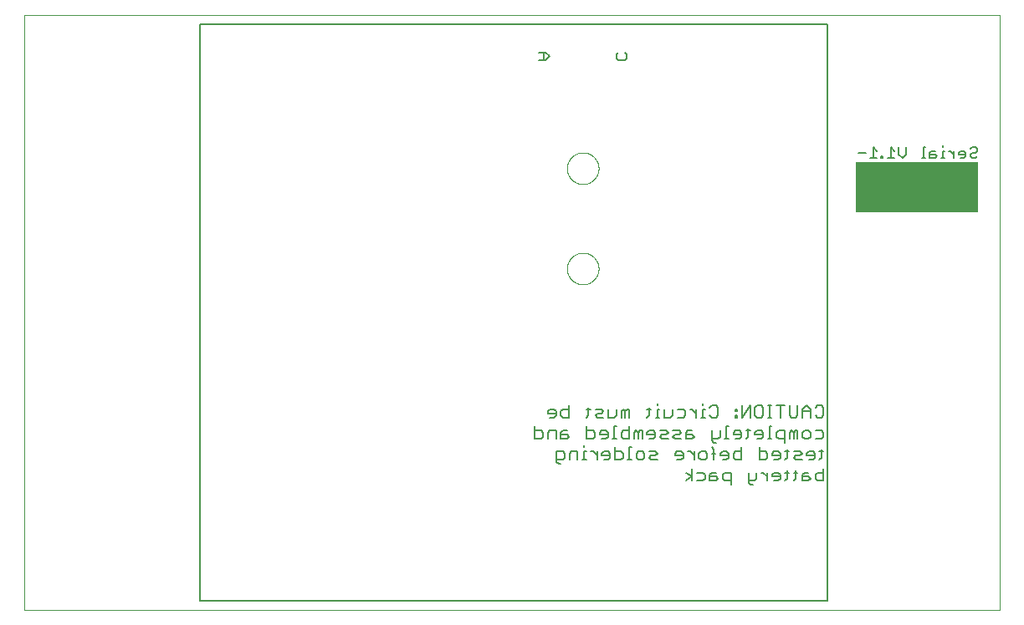
<source format=gbo>
G75*
%MOIN*%
%OFA0B0*%
%FSLAX25Y25*%
%IPPOS*%
%LPD*%
%AMOC8*
5,1,8,0,0,1.08239X$1,22.5*
%
%ADD10C,0.00700*%
%ADD11C,0.00000*%
%ADD12R,0.48750X0.20000*%
%ADD13C,0.00500*%
D10*
X0205159Y0069900D02*
X0207611Y0069900D01*
X0208428Y0070717D01*
X0208428Y0072352D01*
X0207611Y0073169D01*
X0205159Y0073169D01*
X0205159Y0074804D02*
X0205159Y0069900D01*
X0210315Y0069900D02*
X0210315Y0072352D01*
X0211132Y0073169D01*
X0213584Y0073169D01*
X0213584Y0069900D01*
X0215471Y0069900D02*
X0217923Y0069900D01*
X0218741Y0070717D01*
X0217923Y0071535D01*
X0215471Y0071535D01*
X0215471Y0072352D02*
X0215471Y0069900D01*
X0215471Y0072352D02*
X0216289Y0073169D01*
X0217923Y0073169D01*
X0218741Y0078300D02*
X0216289Y0078300D01*
X0215471Y0079117D01*
X0215471Y0080752D01*
X0216289Y0081569D01*
X0218741Y0081569D01*
X0218741Y0083204D02*
X0218741Y0078300D01*
X0213584Y0079117D02*
X0213584Y0080752D01*
X0212767Y0081569D01*
X0211132Y0081569D01*
X0210315Y0080752D01*
X0210315Y0079935D01*
X0213584Y0079935D01*
X0213584Y0079117D02*
X0212767Y0078300D01*
X0211132Y0078300D01*
X0225700Y0078300D02*
X0226517Y0079117D01*
X0226517Y0082387D01*
X0227335Y0081569D02*
X0225700Y0081569D01*
X0229222Y0081569D02*
X0231674Y0081569D01*
X0232491Y0080752D01*
X0231674Y0079935D01*
X0230039Y0079935D01*
X0229222Y0079117D01*
X0230039Y0078300D01*
X0232491Y0078300D01*
X0234378Y0078300D02*
X0234378Y0081569D01*
X0237648Y0081569D02*
X0237648Y0079117D01*
X0236830Y0078300D01*
X0234378Y0078300D01*
X0236830Y0074804D02*
X0236830Y0069900D01*
X0236013Y0069900D02*
X0237648Y0069900D01*
X0239535Y0070717D02*
X0239535Y0072352D01*
X0240352Y0073169D01*
X0242804Y0073169D01*
X0242804Y0074804D02*
X0242804Y0069900D01*
X0240352Y0069900D01*
X0239535Y0070717D01*
X0236956Y0066404D02*
X0236956Y0061500D01*
X0239408Y0061500D01*
X0240226Y0062317D01*
X0240226Y0063952D01*
X0239408Y0064769D01*
X0236956Y0064769D01*
X0235069Y0063952D02*
X0235069Y0062317D01*
X0234252Y0061500D01*
X0232617Y0061500D01*
X0231800Y0063135D02*
X0235069Y0063135D01*
X0235069Y0063952D02*
X0234252Y0064769D01*
X0232617Y0064769D01*
X0231800Y0063952D01*
X0231800Y0063135D01*
X0229913Y0063135D02*
X0228278Y0064769D01*
X0227461Y0064769D01*
X0225616Y0064769D02*
X0224799Y0064769D01*
X0224799Y0061500D01*
X0225616Y0061500D02*
X0223981Y0061500D01*
X0222178Y0061500D02*
X0222178Y0064769D01*
X0219726Y0064769D01*
X0218909Y0063952D01*
X0218909Y0061500D01*
X0217022Y0062317D02*
X0217022Y0063952D01*
X0216205Y0064769D01*
X0213753Y0064769D01*
X0213753Y0060683D01*
X0214570Y0059865D01*
X0215387Y0059865D01*
X0216205Y0061500D02*
X0213753Y0061500D01*
X0216205Y0061500D02*
X0217022Y0062317D01*
X0224799Y0066404D02*
X0224799Y0067222D01*
X0225784Y0069900D02*
X0228236Y0069900D01*
X0229054Y0070717D01*
X0229054Y0072352D01*
X0228236Y0073169D01*
X0225784Y0073169D01*
X0225784Y0074804D02*
X0225784Y0069900D01*
X0230941Y0071535D02*
X0234210Y0071535D01*
X0234210Y0072352D02*
X0233393Y0073169D01*
X0231758Y0073169D01*
X0230941Y0072352D01*
X0230941Y0071535D01*
X0231758Y0069900D02*
X0233393Y0069900D01*
X0234210Y0070717D01*
X0234210Y0072352D01*
X0236830Y0074804D02*
X0237648Y0074804D01*
X0239535Y0078300D02*
X0239535Y0080752D01*
X0240352Y0081569D01*
X0241169Y0080752D01*
X0241169Y0078300D01*
X0242804Y0078300D02*
X0242804Y0081569D01*
X0241987Y0081569D01*
X0241169Y0080752D01*
X0249763Y0081569D02*
X0251398Y0081569D01*
X0250581Y0082387D02*
X0250581Y0079117D01*
X0249763Y0078300D01*
X0253201Y0078300D02*
X0254836Y0078300D01*
X0254018Y0078300D02*
X0254018Y0081569D01*
X0254836Y0081569D01*
X0254018Y0083204D02*
X0254018Y0084022D01*
X0256723Y0081569D02*
X0256723Y0078300D01*
X0259175Y0078300D01*
X0259992Y0079117D01*
X0259992Y0081569D01*
X0261879Y0081569D02*
X0264331Y0081569D01*
X0265148Y0080752D01*
X0265148Y0079117D01*
X0264331Y0078300D01*
X0261879Y0078300D01*
X0262612Y0073169D02*
X0260160Y0073169D01*
X0260978Y0071535D02*
X0262612Y0071535D01*
X0263430Y0072352D01*
X0262612Y0073169D01*
X0260978Y0071535D02*
X0260160Y0070717D01*
X0260978Y0069900D01*
X0263430Y0069900D01*
X0265317Y0069900D02*
X0265317Y0072352D01*
X0266134Y0073169D01*
X0267769Y0073169D01*
X0267769Y0071535D02*
X0265317Y0071535D01*
X0265317Y0069900D02*
X0267769Y0069900D01*
X0268586Y0070717D01*
X0267769Y0071535D01*
X0269445Y0078300D02*
X0269445Y0081569D01*
X0269445Y0079935D02*
X0267811Y0081569D01*
X0266993Y0081569D01*
X0272066Y0081569D02*
X0272066Y0078300D01*
X0272883Y0078300D02*
X0271248Y0078300D01*
X0274770Y0079117D02*
X0275587Y0078300D01*
X0277222Y0078300D01*
X0278039Y0079117D01*
X0278039Y0082387D01*
X0277222Y0083204D01*
X0275587Y0083204D01*
X0274770Y0082387D01*
X0272883Y0081569D02*
X0272066Y0081569D01*
X0272066Y0083204D02*
X0272066Y0084022D01*
X0284957Y0081569D02*
X0284957Y0080752D01*
X0285774Y0080752D01*
X0285774Y0081569D01*
X0284957Y0081569D01*
X0284957Y0079117D02*
X0284957Y0078300D01*
X0285774Y0078300D01*
X0285774Y0079117D01*
X0284957Y0079117D01*
X0287661Y0078300D02*
X0287661Y0083204D01*
X0290930Y0083204D02*
X0287661Y0078300D01*
X0290930Y0078300D02*
X0290930Y0083204D01*
X0292817Y0082387D02*
X0293635Y0083204D01*
X0295269Y0083204D01*
X0296087Y0082387D01*
X0296087Y0079117D01*
X0295269Y0078300D01*
X0293635Y0078300D01*
X0292817Y0079117D01*
X0292817Y0082387D01*
X0297890Y0083204D02*
X0299524Y0083204D01*
X0298707Y0083204D02*
X0298707Y0078300D01*
X0299524Y0078300D02*
X0297890Y0078300D01*
X0298707Y0074804D02*
X0298707Y0069900D01*
X0299524Y0069900D02*
X0297890Y0069900D01*
X0296087Y0070717D02*
X0296087Y0072352D01*
X0295269Y0073169D01*
X0293635Y0073169D01*
X0292817Y0072352D01*
X0292817Y0071535D01*
X0296087Y0071535D01*
X0296087Y0070717D02*
X0295269Y0069900D01*
X0293635Y0069900D01*
X0294536Y0066404D02*
X0294536Y0061500D01*
X0296988Y0061500D01*
X0297806Y0062317D01*
X0297806Y0063952D01*
X0296988Y0064769D01*
X0294536Y0064769D01*
X0299693Y0063952D02*
X0299693Y0063135D01*
X0302962Y0063135D01*
X0302962Y0063952D02*
X0302962Y0062317D01*
X0302145Y0061500D01*
X0300510Y0061500D01*
X0299693Y0063952D02*
X0300510Y0064769D01*
X0302145Y0064769D01*
X0302962Y0063952D01*
X0304765Y0064769D02*
X0306400Y0064769D01*
X0305582Y0065587D02*
X0305582Y0062317D01*
X0304765Y0061500D01*
X0308287Y0062317D02*
X0309104Y0063135D01*
X0310739Y0063135D01*
X0311556Y0063952D01*
X0310739Y0064769D01*
X0308287Y0064769D01*
X0308287Y0062317D02*
X0309104Y0061500D01*
X0311556Y0061500D01*
X0313443Y0063135D02*
X0316712Y0063135D01*
X0316712Y0063952D02*
X0316712Y0062317D01*
X0315895Y0061500D01*
X0314260Y0061500D01*
X0313443Y0063135D02*
X0313443Y0063952D01*
X0314260Y0064769D01*
X0315895Y0064769D01*
X0316712Y0063952D01*
X0318515Y0064769D02*
X0320150Y0064769D01*
X0319333Y0065587D02*
X0319333Y0062317D01*
X0318515Y0061500D01*
X0320150Y0058004D02*
X0320150Y0053100D01*
X0317698Y0053100D01*
X0316881Y0053917D01*
X0316881Y0055552D01*
X0317698Y0056369D01*
X0320150Y0056369D01*
X0314994Y0053917D02*
X0314176Y0054735D01*
X0311724Y0054735D01*
X0311724Y0055552D02*
X0311724Y0053100D01*
X0314176Y0053100D01*
X0314994Y0053917D01*
X0314176Y0056369D02*
X0312542Y0056369D01*
X0311724Y0055552D01*
X0309837Y0056369D02*
X0308202Y0056369D01*
X0309020Y0057187D02*
X0309020Y0053917D01*
X0308202Y0053100D01*
X0305582Y0053917D02*
X0304765Y0053100D01*
X0305582Y0053917D02*
X0305582Y0057187D01*
X0306400Y0056369D02*
X0304765Y0056369D01*
X0302962Y0055552D02*
X0302145Y0056369D01*
X0300510Y0056369D01*
X0299693Y0055552D01*
X0299693Y0054735D01*
X0302962Y0054735D01*
X0302962Y0055552D02*
X0302962Y0053917D01*
X0302145Y0053100D01*
X0300510Y0053100D01*
X0297806Y0053100D02*
X0297806Y0056369D01*
X0297806Y0054735D02*
X0296171Y0056369D01*
X0295354Y0056369D01*
X0293509Y0056369D02*
X0293509Y0053917D01*
X0292691Y0053100D01*
X0290239Y0053100D01*
X0290239Y0052283D02*
X0291057Y0051465D01*
X0291874Y0051465D01*
X0290239Y0052283D02*
X0290239Y0056369D01*
X0283196Y0056369D02*
X0280744Y0056369D01*
X0279926Y0055552D01*
X0279926Y0053917D01*
X0280744Y0053100D01*
X0283196Y0053100D01*
X0283196Y0051465D02*
X0283196Y0056369D01*
X0278039Y0053917D02*
X0277222Y0054735D01*
X0274770Y0054735D01*
X0274770Y0055552D02*
X0274770Y0053100D01*
X0277222Y0053100D01*
X0278039Y0053917D01*
X0277222Y0056369D02*
X0275587Y0056369D01*
X0274770Y0055552D01*
X0272883Y0055552D02*
X0272883Y0053917D01*
X0272066Y0053100D01*
X0269614Y0053100D01*
X0267727Y0053100D02*
X0267727Y0058004D01*
X0269614Y0056369D02*
X0272066Y0056369D01*
X0272883Y0055552D01*
X0267727Y0054735D02*
X0265275Y0053100D01*
X0267727Y0054735D02*
X0265275Y0056369D01*
X0263472Y0061500D02*
X0264289Y0062317D01*
X0264289Y0063952D01*
X0263472Y0064769D01*
X0261837Y0064769D01*
X0261020Y0063952D01*
X0261020Y0063135D01*
X0264289Y0063135D01*
X0263472Y0061500D02*
X0261837Y0061500D01*
X0266134Y0064769D02*
X0266951Y0064769D01*
X0268586Y0063135D01*
X0268586Y0064769D02*
X0268586Y0061500D01*
X0270473Y0062317D02*
X0270473Y0063952D01*
X0271290Y0064769D01*
X0272925Y0064769D01*
X0273742Y0063952D01*
X0273742Y0062317D01*
X0272925Y0061500D01*
X0271290Y0061500D01*
X0270473Y0062317D01*
X0275545Y0063952D02*
X0277180Y0063952D01*
X0276363Y0065587D02*
X0275545Y0066404D01*
X0276363Y0065587D02*
X0276363Y0061500D01*
X0279067Y0063135D02*
X0279067Y0063952D01*
X0279884Y0064769D01*
X0281519Y0064769D01*
X0282336Y0063952D01*
X0282336Y0062317D01*
X0281519Y0061500D01*
X0279884Y0061500D01*
X0279067Y0063135D02*
X0282336Y0063135D01*
X0284223Y0062317D02*
X0284223Y0063952D01*
X0285041Y0064769D01*
X0287493Y0064769D01*
X0287493Y0066404D02*
X0287493Y0061500D01*
X0285041Y0061500D01*
X0284223Y0062317D01*
X0277264Y0068265D02*
X0276447Y0068265D01*
X0275629Y0069083D01*
X0275629Y0073169D01*
X0275629Y0069900D02*
X0278081Y0069900D01*
X0278899Y0070717D01*
X0278899Y0073169D01*
X0281519Y0074804D02*
X0281519Y0069900D01*
X0282336Y0069900D02*
X0280702Y0069900D01*
X0284223Y0071535D02*
X0287493Y0071535D01*
X0287493Y0072352D02*
X0286675Y0073169D01*
X0285041Y0073169D01*
X0284223Y0072352D01*
X0284223Y0071535D01*
X0285041Y0069900D02*
X0286675Y0069900D01*
X0287493Y0070717D01*
X0287493Y0072352D01*
X0289296Y0073169D02*
X0290930Y0073169D01*
X0290113Y0073987D02*
X0290113Y0070717D01*
X0289296Y0069900D01*
X0282336Y0074804D02*
X0281519Y0074804D01*
X0298707Y0074804D02*
X0299524Y0074804D01*
X0301411Y0072352D02*
X0301411Y0070717D01*
X0302229Y0069900D01*
X0304681Y0069900D01*
X0304681Y0068265D02*
X0304681Y0073169D01*
X0302229Y0073169D01*
X0301411Y0072352D01*
X0306568Y0072352D02*
X0306568Y0069900D01*
X0308202Y0069900D02*
X0308202Y0072352D01*
X0307385Y0073169D01*
X0306568Y0072352D01*
X0308202Y0072352D02*
X0309020Y0073169D01*
X0309837Y0073169D01*
X0309837Y0069900D01*
X0311724Y0070717D02*
X0311724Y0072352D01*
X0312542Y0073169D01*
X0314176Y0073169D01*
X0314994Y0072352D01*
X0314994Y0070717D01*
X0314176Y0069900D01*
X0312542Y0069900D01*
X0311724Y0070717D01*
X0316881Y0069900D02*
X0319333Y0069900D01*
X0320150Y0070717D01*
X0320150Y0072352D01*
X0319333Y0073169D01*
X0316881Y0073169D01*
X0317698Y0078300D02*
X0316881Y0079117D01*
X0317698Y0078300D02*
X0319333Y0078300D01*
X0320150Y0079117D01*
X0320150Y0082387D01*
X0319333Y0083204D01*
X0317698Y0083204D01*
X0316881Y0082387D01*
X0314994Y0081569D02*
X0313359Y0083204D01*
X0311724Y0081569D01*
X0311724Y0078300D01*
X0309837Y0079117D02*
X0309020Y0078300D01*
X0307385Y0078300D01*
X0306568Y0079117D01*
X0306568Y0083204D01*
X0304681Y0083204D02*
X0301411Y0083204D01*
X0303046Y0083204D02*
X0303046Y0078300D01*
X0309837Y0079117D02*
X0309837Y0083204D01*
X0311724Y0080752D02*
X0314994Y0080752D01*
X0314994Y0081569D02*
X0314994Y0078300D01*
X0258273Y0072352D02*
X0257456Y0073169D01*
X0255004Y0073169D01*
X0255821Y0071535D02*
X0257456Y0071535D01*
X0258273Y0072352D01*
X0258273Y0069900D02*
X0255821Y0069900D01*
X0255004Y0070717D01*
X0255821Y0071535D01*
X0253117Y0071535D02*
X0249847Y0071535D01*
X0249847Y0072352D01*
X0250665Y0073169D01*
X0252299Y0073169D01*
X0253117Y0072352D01*
X0253117Y0070717D01*
X0252299Y0069900D01*
X0250665Y0069900D01*
X0247960Y0069900D02*
X0247960Y0073169D01*
X0247143Y0073169D01*
X0246326Y0072352D01*
X0245508Y0073169D01*
X0244691Y0072352D01*
X0244691Y0069900D01*
X0246326Y0069900D02*
X0246326Y0072352D01*
X0243663Y0066404D02*
X0242846Y0066404D01*
X0242846Y0061500D01*
X0243663Y0061500D02*
X0242029Y0061500D01*
X0245550Y0062317D02*
X0245550Y0063952D01*
X0246368Y0064769D01*
X0248002Y0064769D01*
X0248820Y0063952D01*
X0248820Y0062317D01*
X0248002Y0061500D01*
X0246368Y0061500D01*
X0245550Y0062317D01*
X0250707Y0062317D02*
X0251524Y0063135D01*
X0253159Y0063135D01*
X0253976Y0063952D01*
X0253159Y0064769D01*
X0250707Y0064769D01*
X0250707Y0062317D02*
X0251524Y0061500D01*
X0253976Y0061500D01*
X0229913Y0061500D02*
X0229913Y0064769D01*
X0338630Y0181850D02*
X0341499Y0181850D01*
X0340065Y0181850D02*
X0340065Y0186154D01*
X0341499Y0184719D01*
X0343084Y0182567D02*
X0343084Y0181850D01*
X0343801Y0181850D01*
X0343801Y0182567D01*
X0343084Y0182567D01*
X0345536Y0181850D02*
X0348405Y0181850D01*
X0346971Y0181850D02*
X0346971Y0186154D01*
X0348405Y0184719D01*
X0350140Y0183285D02*
X0351575Y0181850D01*
X0353009Y0183285D01*
X0353009Y0186154D01*
X0350140Y0186154D02*
X0350140Y0183285D01*
X0359248Y0181850D02*
X0360682Y0181850D01*
X0359965Y0181850D02*
X0359965Y0186154D01*
X0360682Y0186154D01*
X0362417Y0184002D02*
X0362417Y0181850D01*
X0364569Y0181850D01*
X0365286Y0182567D01*
X0364569Y0183285D01*
X0362417Y0183285D01*
X0362417Y0184002D02*
X0363134Y0184719D01*
X0364569Y0184719D01*
X0367638Y0184719D02*
X0367638Y0181850D01*
X0366921Y0181850D02*
X0368356Y0181850D01*
X0368356Y0184719D02*
X0367638Y0184719D01*
X0367638Y0186154D02*
X0367638Y0186871D01*
X0370040Y0184719D02*
X0370758Y0184719D01*
X0372192Y0183285D01*
X0372192Y0184719D02*
X0372192Y0181850D01*
X0373927Y0183285D02*
X0376796Y0183285D01*
X0376796Y0184002D02*
X0376079Y0184719D01*
X0374644Y0184719D01*
X0373927Y0184002D01*
X0373927Y0183285D01*
X0374644Y0181850D02*
X0376079Y0181850D01*
X0376796Y0182567D01*
X0376796Y0184002D01*
X0378531Y0183285D02*
X0378531Y0182567D01*
X0379248Y0181850D01*
X0380683Y0181850D01*
X0381400Y0182567D01*
X0380683Y0184002D02*
X0379248Y0184002D01*
X0378531Y0183285D01*
X0378531Y0185436D02*
X0379248Y0186154D01*
X0380683Y0186154D01*
X0381400Y0185436D01*
X0381400Y0184719D01*
X0380683Y0184002D01*
X0336895Y0184002D02*
X0334026Y0184002D01*
X0241856Y0221713D02*
X0241139Y0220996D01*
X0238270Y0220996D01*
X0237553Y0221713D01*
X0237553Y0223148D01*
X0238270Y0223865D01*
X0241139Y0223865D02*
X0241856Y0223148D01*
X0241856Y0221713D01*
X0210951Y0222431D02*
X0209516Y0220996D01*
X0206647Y0220996D01*
X0208799Y0220996D02*
X0208799Y0223865D01*
X0209516Y0223865D02*
X0206647Y0223865D01*
X0209516Y0223865D02*
X0210951Y0222431D01*
D11*
X0390500Y0001500D02*
X0001750Y0001500D01*
X0001750Y0239000D01*
X0390500Y0239000D01*
X0390500Y0001500D01*
X0217951Y0137750D02*
X0217953Y0137908D01*
X0217959Y0138066D01*
X0217969Y0138224D01*
X0217983Y0138382D01*
X0218001Y0138539D01*
X0218022Y0138696D01*
X0218048Y0138852D01*
X0218078Y0139008D01*
X0218111Y0139163D01*
X0218149Y0139316D01*
X0218190Y0139469D01*
X0218235Y0139621D01*
X0218284Y0139772D01*
X0218337Y0139921D01*
X0218393Y0140069D01*
X0218453Y0140215D01*
X0218517Y0140360D01*
X0218585Y0140503D01*
X0218656Y0140645D01*
X0218730Y0140785D01*
X0218808Y0140922D01*
X0218890Y0141058D01*
X0218974Y0141192D01*
X0219063Y0141323D01*
X0219154Y0141452D01*
X0219249Y0141579D01*
X0219346Y0141704D01*
X0219447Y0141826D01*
X0219551Y0141945D01*
X0219658Y0142062D01*
X0219768Y0142176D01*
X0219881Y0142287D01*
X0219996Y0142396D01*
X0220114Y0142501D01*
X0220235Y0142603D01*
X0220358Y0142703D01*
X0220484Y0142799D01*
X0220612Y0142892D01*
X0220742Y0142982D01*
X0220875Y0143068D01*
X0221010Y0143152D01*
X0221146Y0143231D01*
X0221285Y0143308D01*
X0221426Y0143380D01*
X0221568Y0143450D01*
X0221712Y0143515D01*
X0221858Y0143577D01*
X0222005Y0143635D01*
X0222154Y0143690D01*
X0222304Y0143741D01*
X0222455Y0143788D01*
X0222607Y0143831D01*
X0222760Y0143870D01*
X0222915Y0143906D01*
X0223070Y0143937D01*
X0223226Y0143965D01*
X0223382Y0143989D01*
X0223539Y0144009D01*
X0223697Y0144025D01*
X0223854Y0144037D01*
X0224013Y0144045D01*
X0224171Y0144049D01*
X0224329Y0144049D01*
X0224487Y0144045D01*
X0224646Y0144037D01*
X0224803Y0144025D01*
X0224961Y0144009D01*
X0225118Y0143989D01*
X0225274Y0143965D01*
X0225430Y0143937D01*
X0225585Y0143906D01*
X0225740Y0143870D01*
X0225893Y0143831D01*
X0226045Y0143788D01*
X0226196Y0143741D01*
X0226346Y0143690D01*
X0226495Y0143635D01*
X0226642Y0143577D01*
X0226788Y0143515D01*
X0226932Y0143450D01*
X0227074Y0143380D01*
X0227215Y0143308D01*
X0227354Y0143231D01*
X0227490Y0143152D01*
X0227625Y0143068D01*
X0227758Y0142982D01*
X0227888Y0142892D01*
X0228016Y0142799D01*
X0228142Y0142703D01*
X0228265Y0142603D01*
X0228386Y0142501D01*
X0228504Y0142396D01*
X0228619Y0142287D01*
X0228732Y0142176D01*
X0228842Y0142062D01*
X0228949Y0141945D01*
X0229053Y0141826D01*
X0229154Y0141704D01*
X0229251Y0141579D01*
X0229346Y0141452D01*
X0229437Y0141323D01*
X0229526Y0141192D01*
X0229610Y0141058D01*
X0229692Y0140922D01*
X0229770Y0140785D01*
X0229844Y0140645D01*
X0229915Y0140503D01*
X0229983Y0140360D01*
X0230047Y0140215D01*
X0230107Y0140069D01*
X0230163Y0139921D01*
X0230216Y0139772D01*
X0230265Y0139621D01*
X0230310Y0139469D01*
X0230351Y0139316D01*
X0230389Y0139163D01*
X0230422Y0139008D01*
X0230452Y0138852D01*
X0230478Y0138696D01*
X0230499Y0138539D01*
X0230517Y0138382D01*
X0230531Y0138224D01*
X0230541Y0138066D01*
X0230547Y0137908D01*
X0230549Y0137750D01*
X0230547Y0137592D01*
X0230541Y0137434D01*
X0230531Y0137276D01*
X0230517Y0137118D01*
X0230499Y0136961D01*
X0230478Y0136804D01*
X0230452Y0136648D01*
X0230422Y0136492D01*
X0230389Y0136337D01*
X0230351Y0136184D01*
X0230310Y0136031D01*
X0230265Y0135879D01*
X0230216Y0135728D01*
X0230163Y0135579D01*
X0230107Y0135431D01*
X0230047Y0135285D01*
X0229983Y0135140D01*
X0229915Y0134997D01*
X0229844Y0134855D01*
X0229770Y0134715D01*
X0229692Y0134578D01*
X0229610Y0134442D01*
X0229526Y0134308D01*
X0229437Y0134177D01*
X0229346Y0134048D01*
X0229251Y0133921D01*
X0229154Y0133796D01*
X0229053Y0133674D01*
X0228949Y0133555D01*
X0228842Y0133438D01*
X0228732Y0133324D01*
X0228619Y0133213D01*
X0228504Y0133104D01*
X0228386Y0132999D01*
X0228265Y0132897D01*
X0228142Y0132797D01*
X0228016Y0132701D01*
X0227888Y0132608D01*
X0227758Y0132518D01*
X0227625Y0132432D01*
X0227490Y0132348D01*
X0227354Y0132269D01*
X0227215Y0132192D01*
X0227074Y0132120D01*
X0226932Y0132050D01*
X0226788Y0131985D01*
X0226642Y0131923D01*
X0226495Y0131865D01*
X0226346Y0131810D01*
X0226196Y0131759D01*
X0226045Y0131712D01*
X0225893Y0131669D01*
X0225740Y0131630D01*
X0225585Y0131594D01*
X0225430Y0131563D01*
X0225274Y0131535D01*
X0225118Y0131511D01*
X0224961Y0131491D01*
X0224803Y0131475D01*
X0224646Y0131463D01*
X0224487Y0131455D01*
X0224329Y0131451D01*
X0224171Y0131451D01*
X0224013Y0131455D01*
X0223854Y0131463D01*
X0223697Y0131475D01*
X0223539Y0131491D01*
X0223382Y0131511D01*
X0223226Y0131535D01*
X0223070Y0131563D01*
X0222915Y0131594D01*
X0222760Y0131630D01*
X0222607Y0131669D01*
X0222455Y0131712D01*
X0222304Y0131759D01*
X0222154Y0131810D01*
X0222005Y0131865D01*
X0221858Y0131923D01*
X0221712Y0131985D01*
X0221568Y0132050D01*
X0221426Y0132120D01*
X0221285Y0132192D01*
X0221146Y0132269D01*
X0221010Y0132348D01*
X0220875Y0132432D01*
X0220742Y0132518D01*
X0220612Y0132608D01*
X0220484Y0132701D01*
X0220358Y0132797D01*
X0220235Y0132897D01*
X0220114Y0132999D01*
X0219996Y0133104D01*
X0219881Y0133213D01*
X0219768Y0133324D01*
X0219658Y0133438D01*
X0219551Y0133555D01*
X0219447Y0133674D01*
X0219346Y0133796D01*
X0219249Y0133921D01*
X0219154Y0134048D01*
X0219063Y0134177D01*
X0218974Y0134308D01*
X0218890Y0134442D01*
X0218808Y0134578D01*
X0218730Y0134715D01*
X0218656Y0134855D01*
X0218585Y0134997D01*
X0218517Y0135140D01*
X0218453Y0135285D01*
X0218393Y0135431D01*
X0218337Y0135579D01*
X0218284Y0135728D01*
X0218235Y0135879D01*
X0218190Y0136031D01*
X0218149Y0136184D01*
X0218111Y0136337D01*
X0218078Y0136492D01*
X0218048Y0136648D01*
X0218022Y0136804D01*
X0218001Y0136961D01*
X0217983Y0137118D01*
X0217969Y0137276D01*
X0217959Y0137434D01*
X0217953Y0137592D01*
X0217951Y0137750D01*
X0217951Y0177750D02*
X0217953Y0177908D01*
X0217959Y0178066D01*
X0217969Y0178224D01*
X0217983Y0178382D01*
X0218001Y0178539D01*
X0218022Y0178696D01*
X0218048Y0178852D01*
X0218078Y0179008D01*
X0218111Y0179163D01*
X0218149Y0179316D01*
X0218190Y0179469D01*
X0218235Y0179621D01*
X0218284Y0179772D01*
X0218337Y0179921D01*
X0218393Y0180069D01*
X0218453Y0180215D01*
X0218517Y0180360D01*
X0218585Y0180503D01*
X0218656Y0180645D01*
X0218730Y0180785D01*
X0218808Y0180922D01*
X0218890Y0181058D01*
X0218974Y0181192D01*
X0219063Y0181323D01*
X0219154Y0181452D01*
X0219249Y0181579D01*
X0219346Y0181704D01*
X0219447Y0181826D01*
X0219551Y0181945D01*
X0219658Y0182062D01*
X0219768Y0182176D01*
X0219881Y0182287D01*
X0219996Y0182396D01*
X0220114Y0182501D01*
X0220235Y0182603D01*
X0220358Y0182703D01*
X0220484Y0182799D01*
X0220612Y0182892D01*
X0220742Y0182982D01*
X0220875Y0183068D01*
X0221010Y0183152D01*
X0221146Y0183231D01*
X0221285Y0183308D01*
X0221426Y0183380D01*
X0221568Y0183450D01*
X0221712Y0183515D01*
X0221858Y0183577D01*
X0222005Y0183635D01*
X0222154Y0183690D01*
X0222304Y0183741D01*
X0222455Y0183788D01*
X0222607Y0183831D01*
X0222760Y0183870D01*
X0222915Y0183906D01*
X0223070Y0183937D01*
X0223226Y0183965D01*
X0223382Y0183989D01*
X0223539Y0184009D01*
X0223697Y0184025D01*
X0223854Y0184037D01*
X0224013Y0184045D01*
X0224171Y0184049D01*
X0224329Y0184049D01*
X0224487Y0184045D01*
X0224646Y0184037D01*
X0224803Y0184025D01*
X0224961Y0184009D01*
X0225118Y0183989D01*
X0225274Y0183965D01*
X0225430Y0183937D01*
X0225585Y0183906D01*
X0225740Y0183870D01*
X0225893Y0183831D01*
X0226045Y0183788D01*
X0226196Y0183741D01*
X0226346Y0183690D01*
X0226495Y0183635D01*
X0226642Y0183577D01*
X0226788Y0183515D01*
X0226932Y0183450D01*
X0227074Y0183380D01*
X0227215Y0183308D01*
X0227354Y0183231D01*
X0227490Y0183152D01*
X0227625Y0183068D01*
X0227758Y0182982D01*
X0227888Y0182892D01*
X0228016Y0182799D01*
X0228142Y0182703D01*
X0228265Y0182603D01*
X0228386Y0182501D01*
X0228504Y0182396D01*
X0228619Y0182287D01*
X0228732Y0182176D01*
X0228842Y0182062D01*
X0228949Y0181945D01*
X0229053Y0181826D01*
X0229154Y0181704D01*
X0229251Y0181579D01*
X0229346Y0181452D01*
X0229437Y0181323D01*
X0229526Y0181192D01*
X0229610Y0181058D01*
X0229692Y0180922D01*
X0229770Y0180785D01*
X0229844Y0180645D01*
X0229915Y0180503D01*
X0229983Y0180360D01*
X0230047Y0180215D01*
X0230107Y0180069D01*
X0230163Y0179921D01*
X0230216Y0179772D01*
X0230265Y0179621D01*
X0230310Y0179469D01*
X0230351Y0179316D01*
X0230389Y0179163D01*
X0230422Y0179008D01*
X0230452Y0178852D01*
X0230478Y0178696D01*
X0230499Y0178539D01*
X0230517Y0178382D01*
X0230531Y0178224D01*
X0230541Y0178066D01*
X0230547Y0177908D01*
X0230549Y0177750D01*
X0230547Y0177592D01*
X0230541Y0177434D01*
X0230531Y0177276D01*
X0230517Y0177118D01*
X0230499Y0176961D01*
X0230478Y0176804D01*
X0230452Y0176648D01*
X0230422Y0176492D01*
X0230389Y0176337D01*
X0230351Y0176184D01*
X0230310Y0176031D01*
X0230265Y0175879D01*
X0230216Y0175728D01*
X0230163Y0175579D01*
X0230107Y0175431D01*
X0230047Y0175285D01*
X0229983Y0175140D01*
X0229915Y0174997D01*
X0229844Y0174855D01*
X0229770Y0174715D01*
X0229692Y0174578D01*
X0229610Y0174442D01*
X0229526Y0174308D01*
X0229437Y0174177D01*
X0229346Y0174048D01*
X0229251Y0173921D01*
X0229154Y0173796D01*
X0229053Y0173674D01*
X0228949Y0173555D01*
X0228842Y0173438D01*
X0228732Y0173324D01*
X0228619Y0173213D01*
X0228504Y0173104D01*
X0228386Y0172999D01*
X0228265Y0172897D01*
X0228142Y0172797D01*
X0228016Y0172701D01*
X0227888Y0172608D01*
X0227758Y0172518D01*
X0227625Y0172432D01*
X0227490Y0172348D01*
X0227354Y0172269D01*
X0227215Y0172192D01*
X0227074Y0172120D01*
X0226932Y0172050D01*
X0226788Y0171985D01*
X0226642Y0171923D01*
X0226495Y0171865D01*
X0226346Y0171810D01*
X0226196Y0171759D01*
X0226045Y0171712D01*
X0225893Y0171669D01*
X0225740Y0171630D01*
X0225585Y0171594D01*
X0225430Y0171563D01*
X0225274Y0171535D01*
X0225118Y0171511D01*
X0224961Y0171491D01*
X0224803Y0171475D01*
X0224646Y0171463D01*
X0224487Y0171455D01*
X0224329Y0171451D01*
X0224171Y0171451D01*
X0224013Y0171455D01*
X0223854Y0171463D01*
X0223697Y0171475D01*
X0223539Y0171491D01*
X0223382Y0171511D01*
X0223226Y0171535D01*
X0223070Y0171563D01*
X0222915Y0171594D01*
X0222760Y0171630D01*
X0222607Y0171669D01*
X0222455Y0171712D01*
X0222304Y0171759D01*
X0222154Y0171810D01*
X0222005Y0171865D01*
X0221858Y0171923D01*
X0221712Y0171985D01*
X0221568Y0172050D01*
X0221426Y0172120D01*
X0221285Y0172192D01*
X0221146Y0172269D01*
X0221010Y0172348D01*
X0220875Y0172432D01*
X0220742Y0172518D01*
X0220612Y0172608D01*
X0220484Y0172701D01*
X0220358Y0172797D01*
X0220235Y0172897D01*
X0220114Y0172999D01*
X0219996Y0173104D01*
X0219881Y0173213D01*
X0219768Y0173324D01*
X0219658Y0173438D01*
X0219551Y0173555D01*
X0219447Y0173674D01*
X0219346Y0173796D01*
X0219249Y0173921D01*
X0219154Y0174048D01*
X0219063Y0174177D01*
X0218974Y0174308D01*
X0218890Y0174442D01*
X0218808Y0174578D01*
X0218730Y0174715D01*
X0218656Y0174855D01*
X0218585Y0174997D01*
X0218517Y0175140D01*
X0218453Y0175285D01*
X0218393Y0175431D01*
X0218337Y0175579D01*
X0218284Y0175728D01*
X0218235Y0175879D01*
X0218190Y0176031D01*
X0218149Y0176184D01*
X0218111Y0176337D01*
X0218078Y0176492D01*
X0218048Y0176648D01*
X0218022Y0176804D01*
X0218001Y0176961D01*
X0217983Y0177118D01*
X0217969Y0177276D01*
X0217959Y0177434D01*
X0217953Y0177592D01*
X0217951Y0177750D01*
D12*
X0357375Y0170250D03*
D13*
X0321750Y0235250D02*
X0071750Y0235250D01*
X0071750Y0005250D01*
X0321750Y0005250D01*
X0321750Y0235250D01*
M02*

</source>
